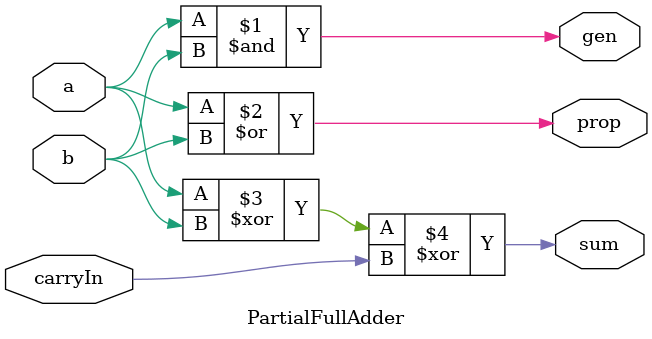
<source format=v>

module PartialFullAdder(
        input a,
        input b,
        input carryIn,
        output sum,
        output prop,
        output gen
    );

    assign {sum, prop, gen} = {a ^ b ^ carryIn, a | b, a & b};
    
endmodule

</source>
